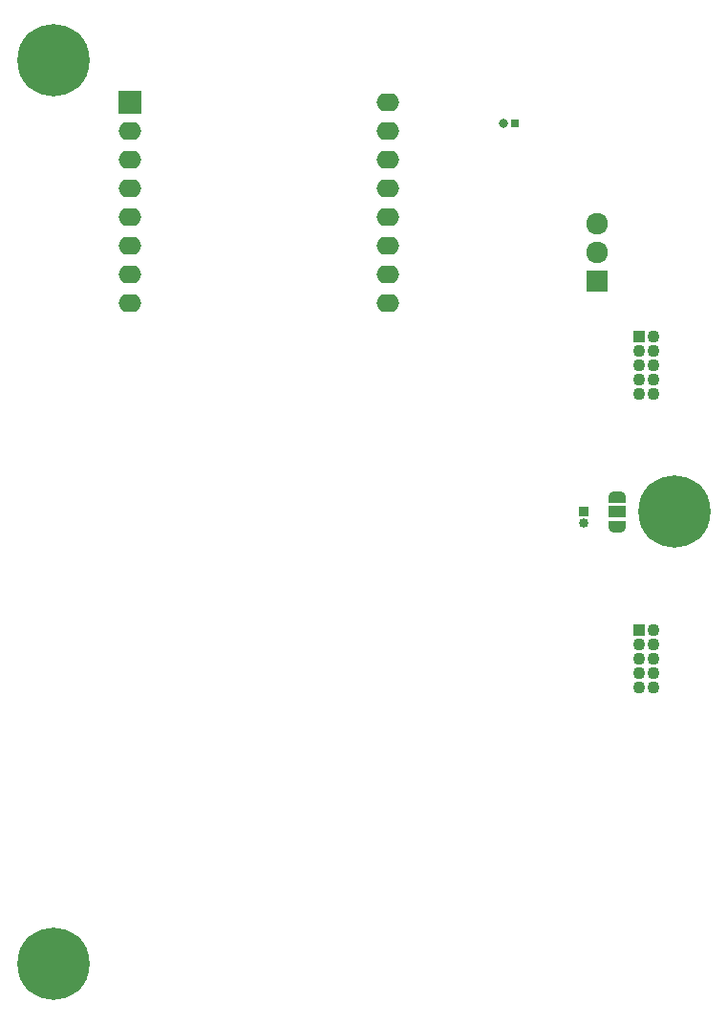
<source format=gbr>
%TF.GenerationSoftware,KiCad,Pcbnew,(6.0.10)*%
%TF.CreationDate,2023-01-10T11:19:31-08:00*%
%TF.ProjectId,we_ssr_control,77655f73-7372-45f6-936f-6e74726f6c2e,0.0.9*%
%TF.SameCoordinates,PX2faf080PY8583b00*%
%TF.FileFunction,Soldermask,Bot*%
%TF.FilePolarity,Negative*%
%FSLAX46Y46*%
G04 Gerber Fmt 4.6, Leading zero omitted, Abs format (unit mm)*
G04 Created by KiCad (PCBNEW (6.0.10)) date 2023-01-10 11:19:31*
%MOMM*%
%LPD*%
G01*
G04 APERTURE LIST*
G04 Aperture macros list*
%AMFreePoly0*
4,1,22,0.550000,-0.750000,0.000000,-0.750000,0.000000,-0.745033,-0.079941,-0.743568,-0.215256,-0.701293,-0.333266,-0.622738,-0.424486,-0.514219,-0.481581,-0.384460,-0.499164,-0.250000,-0.500000,-0.250000,-0.500000,0.250000,-0.499164,0.250000,-0.499963,0.256109,-0.478152,0.396186,-0.417904,0.524511,-0.324060,0.630769,-0.204165,0.706417,-0.067858,0.745374,0.000000,0.744959,0.000000,0.750000,
0.550000,0.750000,0.550000,-0.750000,0.550000,-0.750000,$1*%
%AMFreePoly1*
4,1,20,0.000000,0.744959,0.073905,0.744508,0.209726,0.703889,0.328688,0.626782,0.421226,0.519385,0.479903,0.390333,0.500000,0.250000,0.500000,-0.250000,0.499851,-0.262216,0.476331,-0.402017,0.414519,-0.529596,0.319384,-0.634700,0.198574,-0.708877,0.061801,-0.746166,0.000000,-0.745033,0.000000,-0.750000,-0.550000,-0.750000,-0.550000,0.750000,0.000000,0.750000,0.000000,0.744959,
0.000000,0.744959,$1*%
G04 Aperture macros list end*
%ADD10R,1.090000X1.090000*%
%ADD11C,1.090000*%
%ADD12R,1.920000X1.920000*%
%ADD13C,1.920000*%
%ADD14R,0.850000X0.850000*%
%ADD15O,0.850000X0.850000*%
%ADD16R,0.800000X0.800000*%
%ADD17C,0.800000*%
%ADD18C,6.400000*%
%ADD19R,2.000000X2.000000*%
%ADD20O,2.000000X1.600000*%
%ADD21FreePoly0,270.000000*%
%ADD22R,1.500000X1.000000*%
%ADD23FreePoly1,270.000000*%
G04 APERTURE END LIST*
D10*
%TO.C,JCNTL1*%
X56865000Y60540000D03*
D11*
X58135000Y60540000D03*
X56865000Y59270000D03*
X58135000Y59270000D03*
X56865000Y58000000D03*
X58135000Y58000000D03*
X56865000Y56730000D03*
X58135000Y56730000D03*
X56865000Y55460000D03*
X58135000Y55460000D03*
%TD*%
D10*
%TO.C,JCNTL2*%
X56865000Y34540000D03*
D11*
X58135000Y34540000D03*
X56865000Y33270000D03*
X58135000Y33270000D03*
X56865000Y32000000D03*
X58135000Y32000000D03*
X56865000Y30730000D03*
X58135000Y30730000D03*
X56865000Y29460000D03*
X58135000Y29460000D03*
%TD*%
D12*
%TO.C,Q1*%
X53200000Y65420000D03*
D13*
X53200000Y67960000D03*
X53200000Y70500000D03*
%TD*%
D14*
%TO.C,JS2*%
X52000000Y45000000D03*
D15*
X52000000Y44000000D03*
%TD*%
D16*
%TO.C,JL1*%
X45900000Y79400000D03*
D17*
X44900000Y79400000D03*
%TD*%
%TO.C,H3*%
X62400000Y45000000D03*
X60000000Y47400000D03*
X61697056Y46697056D03*
X57600000Y45000000D03*
X58302944Y43302944D03*
X58302944Y46697056D03*
X60000000Y42600000D03*
D18*
X60000000Y45000000D03*
D17*
X61697056Y43302944D03*
%TD*%
%TO.C,H2*%
X5000000Y2600000D03*
X5000000Y7400000D03*
X6697056Y3302944D03*
D18*
X5000000Y5000000D03*
D17*
X3302944Y6697056D03*
X6697056Y6697056D03*
X2600000Y5000000D03*
X7400000Y5000000D03*
X3302944Y3302944D03*
%TD*%
D19*
%TO.C,U1*%
X11750000Y81250000D03*
D20*
X11750000Y78710000D03*
X11750000Y76170000D03*
X11750000Y73630000D03*
X11750000Y71090000D03*
X11750000Y68550000D03*
X11750000Y66010000D03*
X11750000Y63470000D03*
X34610000Y63470000D03*
X34610000Y66010000D03*
X34610000Y68550000D03*
X34610000Y71090000D03*
X34610000Y73630000D03*
X34610000Y76170000D03*
X34610000Y78710000D03*
X34610000Y81250000D03*
%TD*%
D17*
%TO.C,H1*%
X7400000Y85000000D03*
X3302944Y86697056D03*
X2600000Y85000000D03*
X5000000Y82600000D03*
X3302944Y83302944D03*
D18*
X5000000Y85000000D03*
D17*
X6697056Y83302944D03*
X6697056Y86697056D03*
X5000000Y87400000D03*
%TD*%
D21*
%TO.C,JS1*%
X55000000Y46300000D03*
D22*
X55000000Y45000000D03*
D23*
X55000000Y43700000D03*
%TD*%
M02*

</source>
